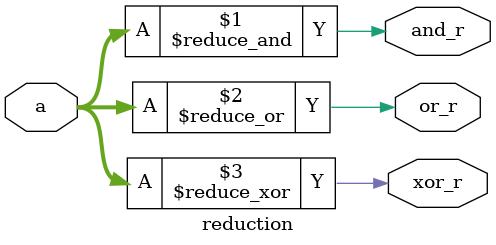
<source format=sv>
module reduction (
    input  logic [7:0] a,
    output logic       and_r, or_r, xor_r
);
    assign and_r = &a;
    assign or_r  = |a;
    assign xor_r = ^a;
endmodule

</source>
